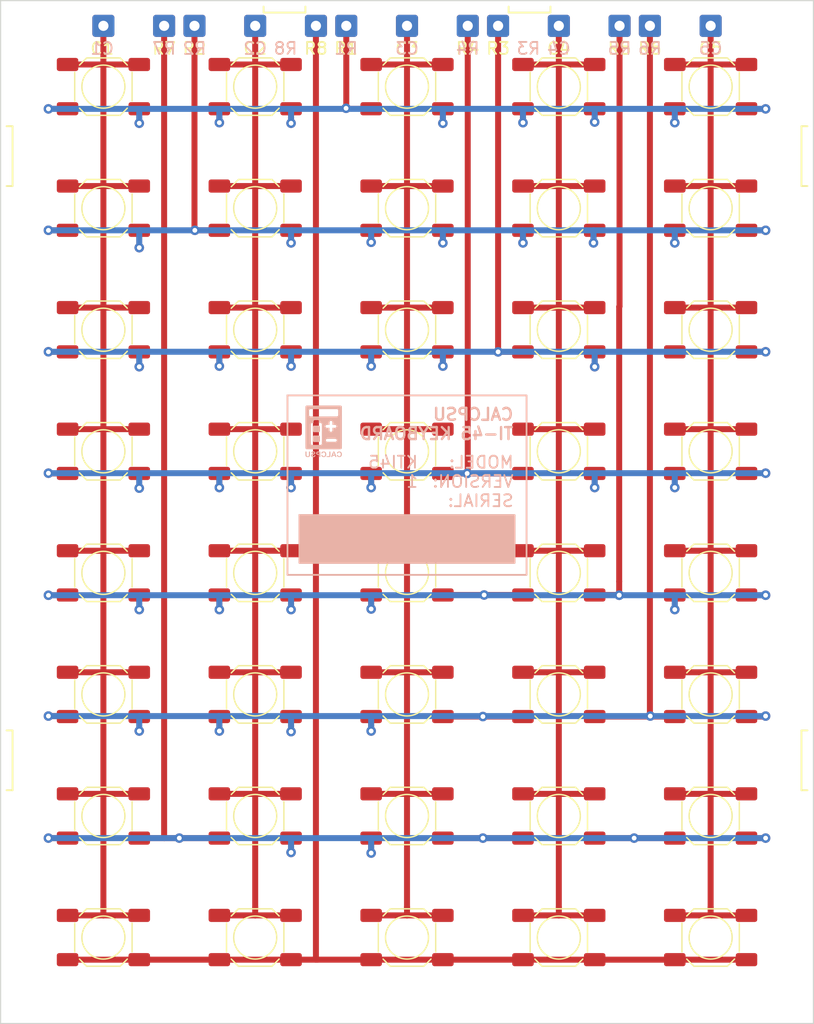
<source format=kicad_pcb>
(kicad_pcb (version 20240108) (generator "pcbnew") (generator_version "8.0")
  (layers (0 "F.Cu" signal) (31 "B.Cu" signal) (34 "B.Paste" user) (35 "F.Paste" user) (36 "B.SilkS" user "B.Silkscreen") (37 "F.SilkS" user "F.Silkscreen") (38 "B.Mask" user) (39 "F.Mask" user) (44 "Edge.Cuts" user))
  (net 0 "")
  (net 1 "/C1")
  (net 2 "/R7")
  (net 3 "/R2")
  (net 4 "/C2")
  (net 5 "/R8")
  (net 6 "/R1")
  (net 7 "/C3")
  (net 8 "/R4")
  (net 9 "/R3")
  (net 10 "/C4")
  (net 11 "/R5")
  (net 12 "/R6")
  (net 13 "/C5")
  (footprint "george:PUSH_TACT_4.8x4.8x0.8" (layer "F.Cu") (at -25.4 7.19)
    (property "Reference" "SW1")
    (property "Value" "KEY" (hide yes))
  )
  (footprint "george:PUSH_TACT_4.8x4.8x0.8" (layer "F.Cu") (at -12.7 57.99)
    (property "Reference" "SW27")
    (property "Value" "KEY" (hide yes))
  )
  (footprint "george:PUSH_TACT_4.8x4.8x0.8" (layer "F.Cu") (at -12.7 17.35)
    (property "Reference" "SW7")
    (property "Value" "KEY" (hide yes))
  )
  (footprint "george:PUSH_TACT_4.8x4.8x0.8" (layer "F.Cu") (at 12.7 68.15)
    (property "Reference" "SW34")
    (property "Value" "KEY" (hide yes))
  )
  (footprint "Connector_Wire:SolderWire-0.25sqmm_1x01_D0.65mm_OD1.7mm" (layer "F.Cu") (at 20.32 2.11)
    (property "Reference" "J12" (hide yes))
    (property "Value" "R6")
  )
  (footprint "Connector_Wire:SolderWire-0.25sqmm_1x01_D0.65mm_OD1.7mm" (layer "F.Cu") (at -12.7 2.11)
    (property "Reference" "J4" (hide yes))
    (property "Value" "C2")
  )
  (footprint "george:PUSH_TACT_4.8x4.8x0.8" (layer "F.Cu") (at -25.4 17.35)
    (property "Reference" "SW6")
    (property "Value" "KEY" (hide yes))
  )
  (footprint "Connector_Wire:SolderWire-0.25sqmm_1x01_D0.65mm_OD1.7mm" (layer "F.Cu") (at 25.4 2.11)
    (property "Reference" "J13" (hide yes))
    (property "Value" "C5")
  )
  (footprint "george:PUSH_TACT_4.8x4.8x0.8" (layer "F.Cu") (at 0 68.15)
    (property "Reference" "SW33")
    (property "Value" "KEY" (hide yes))
  )
  (footprint "Connector_Wire:SolderWire-0.25sqmm_1x01_D0.65mm_OD1.7mm" (layer "F.Cu") (at 0 2.11)
    (property "Reference" "J7" (hide yes))
    (property "Value" "C3")
  )
  (footprint "Connector_Wire:SolderWire-0.25sqmm_1x01_D0.65mm_OD1.7mm" (layer "F.Cu") (at 5.08 2.11)
    (property "Reference" "J8" (hide yes))
    (property "Value" "R4")
  )
  (footprint "Connector_Wire:SolderWire-0.25sqmm_1x01_D0.65mm_OD1.7mm" (layer "F.Cu") (at -20.32 2.11)
    (property "Reference" "J2" (hide yes))
    (property "Value" "R7")
  )
  (footprint "george:PUSH_TACT_4.8x4.8x0.8" (layer "F.Cu") (at -12.7 37.67)
    (property "Reference" "SW17")
    (property "Value" "KEY" (hide yes))
  )
  (footprint "george:PUSH_TACT_4.8x4.8x0.8" (layer "F.Cu") (at -12.7 7.19)
    (property "Reference" "SW2")
    (property "Value" "KEY" (hide yes))
  )
  (footprint "Connector_Wire:SolderWire-0.25sqmm_1x01_D0.65mm_OD1.7mm" (layer "F.Cu") (at 12.7 2.11)
    (property "Reference" "J10" (hide yes))
    (property "Value" "C4")
  )
  (footprint "Connector_Wire:SolderWire-0.25sqmm_1x01_D0.65mm_OD1.7mm" (layer "F.Cu") (at -17.78 2.11)
    (property "Reference" "J3" (hide yes))
    (property "Value" "R2")
  )
  (footprint "george:PUSH_TACT_4.8x4.8x0.8" (layer "F.Cu") (at 0 57.99)
    (property "Reference" "SW28")
    (property "Value" "KEY" (hide yes))
  )
  (footprint "george:PUSH_TACT_4.8x4.8x0.8" (layer "F.Cu") (at 12.7 37.67)
    (property "Reference" "SW19")
    (property "Value" "KEY" (hide yes))
  )
  (footprint "george:PUSH_TACT_4.8x4.8x0.8" (layer "F.Cu") (at 0 17.35)
    (property "Reference" "SW8")
    (property "Value" "KEY" (hide yes))
  )
  (footprint "george:PUSH_TACT_4.8x4.8x0.8" (layer "F.Cu") (at 25.4 78.31)
    (property "Reference" "SW40")
    (property "Value" "KEY" (hide yes))
  )
  (footprint "george:PUSH_TACT_4.8x4.8x0.8" (layer "F.Cu") (at 12.7 78.31)
    (property "Reference" "SW39")
    (property "Value" "KEY" (hide yes))
  )
  (footprint "george:PUSH_TACT_4.8x4.8x0.8" (layer "F.Cu") (at 25.4 37.67)
    (property "Reference" "SW20")
    (property "Value" "KEY" (hide yes))
  )
  (footprint "Connector_Wire:SolderWire-0.25sqmm_1x01_D0.65mm_OD1.7mm" (layer "F.Cu") (at -5.08 2.11)
    (property "Reference" "J6" (hide yes))
    (property "Value" "R1")
  )
  (footprint "george:PUSH_TACT_4.8x4.8x0.8" (layer "F.Cu") (at -25.4 57.99)
    (property "Reference" "SW26")
    (property "Value" "KEY" (hide yes))
  )
  (footprint "george:PUSH_TACT_4.8x4.8x0.8" (layer "F.Cu") (at 25.4 7.19)
    (property "Reference" "SW5")
    (property "Value" "KEY" (hide yes))
  )
  (footprint "Connector_Wire:SolderWire-0.25sqmm_1x01_D0.65mm_OD1.7mm" (layer "F.Cu") (at 17.78 2.11)
    (property "Reference" "J11" (hide yes))
    (property "Value" "R5")
  )
  (footprint "george:PUSH_TACT_4.8x4.8x0.8" (layer "F.Cu") (at 25.4 27.51)
    (property "Reference" "SW15")
    (property "Value" "KEY" (hide yes))
  )
  (footprint "george:PUSH_TACT_4.8x4.8x0.8" (layer "F.Cu") (at 12.7 7.19)
    (property "Reference" "SW4")
    (property "Value" "KEY" (hide yes))
  )
  (footprint "george:PUSH_TACT_4.8x4.8x0.8" (layer "F.Cu") (at -12.7 78.31)
    (property "Reference" "SW37")
    (property "Value" "KEY" (hide yes))
  )
  (footprint "george:PUSH_TACT_4.8x4.8x0.8" (layer "F.Cu") (at -25.4 47.83)
    (property "Reference" "SW21")
    (property "Value" "KEY" (hide yes))
  )
  (footprint "george:PUSH_TACT_4.8x4.8x0.8" (layer "F.Cu") (at -25.4 37.67)
    (property "Reference" "SW16")
    (property "Value" "KEY" (hide yes))
  )
  (footprint "Connector_Wire:SolderWire-0.25sqmm_1x01_D0.65mm_OD1.7mm" (layer "F.Cu") (at -7.62 2.11)
    (property "Reference" "J5" (hide yes))
    (property "Value" "R8")
  )
  (footprint "george:PUSH_TACT_4.8x4.8x0.8" (layer "F.Cu") (at 0 7.19)
    (property "Reference" "SW3")
    (property "Value" "KEY" (hide yes))
  )
  (footprint "george:PUSH_TACT_4.8x4.8x0.8" (layer "F.Cu") (at 25.4 68.15)
    (property "Reference" "SW35")
    (property "Value" "KEY" (hide yes))
  )
  (footprint "george:PUSH_TACT_4.8x4.8x0.8" (layer "F.Cu") (at -12.7 68.15)
    (property "Reference" "SW32")
    (property "Value" "KEY" (hide yes))
  )
  (footprint "george:PUSH_TACT_4.8x4.8x0.8" (layer "F.Cu") (at -12.7 27.51)
    (property "Reference" "SW12")
    (property "Value" "KEY" (hide yes))
  )
  (footprint "george:PUSH_TACT_4.8x4.8x0.8" (layer "F.Cu") (at 12.7 27.51)
    (property "Reference" "SW14")
    (property "Value" "KEY" (hide yes))
  )
  (footprint "george:PUSH_TACT_4.8x4.8x0.8" (layer "F.Cu") (at 12.7 47.83)
    (property "Reference" "SW24")
    (property "Value" "KEY" (hide yes))
  )
  (footprint "Connector_Wire:SolderWire-0.25sqmm_1x01_D0.65mm_OD1.7mm" (layer "F.Cu") (at 7.62 2.11)
    (property "Reference" "J9" (hide yes))
    (property "Value" "R3")
  )
  (footprint "george:PUSH_TACT_4.8x4.8x0.8" (layer "F.Cu") (at 12.7 17.35)
    (property "Reference" "SW9")
    (property "Value" "KEY" (hide yes))
  )
  (footprint "george:PUSH_TACT_4.8x4.8x0.8" (layer "F.Cu") (at 12.7 57.99)
    (property "Reference" "SW29")
    (property "Value" "KEY" (hide yes))
  )
  (footprint "george:PUSH_TACT_4.8x4.8x0.8" (layer "F.Cu") (at -25.4 78.31)
    (property "Reference" "SW36")
    (property "Value" "KEY" (hide yes))
  )
  (footprint "george:PUSH_TACT_4.8x4.8x0.8" (layer "F.Cu") (at -12.7 47.83)
    (property "Reference" "SW22")
    (property "Value" "KEY" (hide yes))
  )
  (footprint "george:PUSH_TACT_4.8x4.8x0.8" (layer "F.Cu") (at -25.4 27.51)
    (property "Reference" "SW11")
    (property "Value" "KEY" (hide yes))
  )
  (footprint "george:PUSH_TACT_4.8x4.8x0.8" (layer "F.Cu") (at 25.4 47.83)
    (property "Reference" "SW25")
    (property "Value" "KEY" (hide yes))
  )
  (footprint "george:PUSH_TACT_4.8x4.8x0.8" (layer "F.Cu") (at 0 27.51)
    (property "Reference" "SW13")
    (property "Value" "KEY" (hide yes))
  )
  (footprint "george:PUSH_TACT_4.8x4.8x0.8" (layer "F.Cu") (at 25.4 57.99)
    (property "Reference" "SW30")
    (property "Value" "KEY" (hide yes))
  )
  (footprint "Connector_Wire:SolderWire-0.25sqmm_1x01_D0.65mm_OD1.7mm" (layer "F.Cu") (at -25.4 2.11)
    (property "Reference" "J1" (hide yes))
    (property "Value" "C1")
  )
  (footprint "george:PUSH_TACT_4.8x4.8x0.8" (layer "F.Cu") (at -25.4 68.15)
    (property "Reference" "SW31")
    (property "Value" "KEY" (hide yes))
  )
  (footprint "george:PUSH_TACT_4.8x4.8x0.8" (layer "F.Cu") (at 25.4 17.35)
    (property "Reference" "SW10")
    (property "Value" "KEY" (hide yes))
  )
  (footprint "george:PUSH_TACT_4.8x4.8x0.8" (layer "F.Cu") (at 0 78.31)
    (property "Reference" "SW38")
    (property "Value" "KEY" (hide yes))
  )
  (footprint "george:PUSH_TACT_4.8x4.8x0.8" (layer "F.Cu") (at 0 47.83)
    (property "Reference" "SW23")
    (property "Value" "KEY" (hide yes))
  )
  (footprint "george:PUSH_TACT_4.8x4.8x0.8" (layer "F.Cu") (at 0 37.67)
    (property "Reference" "SW18")
    (property "Value" "KEY" (hide yes))
  )
  (footprint "george:graphic_calcpsulogo" (layer "B.Cu") (at -7 36 180)
    (property "Reference" "REF**" (hide yes))
    (property "Value" "graphic_calcpsulogo" (hide yes))
  )
  (gr_rect (start -10 33) (end 10 48) (stroke (width 0.15)) (fill none) (layer "B.SilkS"))
  (gr_rect (start -9 43) (end 9 47) (stroke (width 0.15)) (fill solid) (layer "B.SilkS"))
  (gr_line (start 8.5 0.5) (end 8.5 1) (stroke (width 0.15)) (layer "F.SilkS"))
  (gr_line (start -33 10.5) (end -33 15.5) (stroke (width 0.15)) (layer "F.SilkS"))
  (gr_line (start -33 61) (end -33 66) (stroke (width 0.15)) (layer "F.SilkS"))
  (gr_line (start -8.5 1) (end -8.5 0.5) (stroke (width 0.15)) (layer "F.SilkS"))
  (gr_line (start 33.5 61) (end 33 61) (stroke (width 0.15)) (layer "F.SilkS"))
  (gr_line (start 33 66) (end 33.5 66) (stroke (width 0.15)) (layer "F.SilkS"))
  (gr_line (start -33 66) (end -33.5 66) (stroke (width 0.15)) (layer "F.SilkS"))
  (gr_line (start -8.5 1) (end -12 1) (stroke (width 0.15)) (layer "F.SilkS"))
  (gr_line (start 33 61) (end 33 66) (stroke (width 0.15)) (layer "F.SilkS"))
  (gr_line (start 8.5 1) (end 12 1) (stroke (width 0.15)) (layer "F.SilkS"))
  (gr_line (start -33.5 15.5) (end -33 15.5) (stroke (width 0.15)) (layer "F.SilkS"))
  (gr_line (start -33.5 10.5) (end -33 10.5) (stroke (width 0.15)) (layer "F.SilkS"))
  (gr_line (start 33.5 10.5) (end 33 10.5) (stroke (width 0.15)) (layer "F.SilkS"))
  (gr_line (start -33.5 61) (end -33 61) (stroke (width 0.15)) (layer "F.SilkS"))
  (gr_line (start 12 1) (end 12 0.5) (stroke (width 0.15)) (layer "F.SilkS"))
  (gr_line (start -12 0.5) (end -12 1) (stroke (width 0.15)) (layer "F.SilkS"))
  (gr_line (start 33 10.5) (end 33 15.5) (stroke (width 0.15)) (layer "F.SilkS"))
  (gr_line (start 33 15.5) (end 33.5 15.5) (stroke (width 0.15)) (layer "F.SilkS"))
  (gr_rect (start -34 0) (end 34 85.5) (stroke (width 0.1)) (fill none) (layer "Edge.Cuts"))
  (gr_text "R5" (at 17.78 4 0) (layer "B.SilkS") (effects (font (size 1 1)) (justify mirror)))
  (gr_text "R1" (at -5.1 4 0) (layer "B.SilkS") (effects (font (size 1 1)) (justify mirror)))
  (gr_text "C2" (at -12.7 4 0) (layer "B.SilkS") (effects (font (size 1 1)) (justify mirror)))
  (gr_text "R8" (at -10.16 4 0) (layer "B.SilkS") (effects (font (size 1 1)) (justify mirror)))
  (gr_text "CALCPSU\nTI-45 KEYBOARD" (at 9 34 0) (layer "B.SilkS") (effects (font (size 1 1) (thickness 0.2) (bold yes)) (justify left top mirror)))
  (gr_text "C4" (at 12.7 4 0) (layer "B.SilkS") (effects (font (size 1 1)) (justify mirror)))
  (gr_text "C5" (at 25.4 4 0) (layer "B.SilkS") (effects (font (size 1 1)) (justify mirror)))
  (gr_text "R3" (at 10.16 4 0) (layer "B.SilkS") (effects (font (size 1 1)) (justify mirror)))
  (gr_text "R6" (at 20.32 4 0) (layer "B.SilkS") (effects (font (size 1 1)) (justify mirror)))
  (gr_text "R7" (at -20.32 4 0) (layer "B.SilkS") (effects (font (size 1 1)) (justify mirror)))
  (gr_text "R2" (at -17.78 4 0) (layer "B.SilkS") (effects (font (size 1 1)) (justify mirror)))
  (gr_text "C3" (at 0 4 0) (layer "B.SilkS") (effects (font (size 1 1)) (justify mirror)))
  (gr_text "R4" (at 5.08 4 0) (layer "B.SilkS") (effects (font (size 1 1)) (justify mirror)))
  (gr_text "MODEL:\nVERSION:\nSERIAL:" (at 9 38 0) (layer "B.SilkS") (effects (font (size 1 1)) (justify left top mirror)))
  (gr_text "C1" (at -25.5 4 0) (layer "B.SilkS") (effects (font (size 1 1)) (justify mirror)))
  (gr_text "KTI45\n1" (at 1 38 0) (layer "B.SilkS") (effects (font (size 1 1)) (justify left top mirror)))
  (segment (start -28.4 45.98) (end -22.4 45.98) (width 0.5) (layer "F.Cu") (net 1))
  (segment (start -25.4 76.46) (end -28.4 76.46) (width 0.5) (layer "F.Cu") (net 1))
  (segment (start -25.4 2.11) (end -25.4 75.77) (width 0.5) (layer "F.Cu") (net 1))
  (segment (start -25.4 75.77) (end -25.4 76.46) (width 0.5) (layer "F.Cu") (net 1))
  (segment (start -28.4 56.14) (end -22.4 56.14) (width 0.5) (layer "F.Cu") (net 1))
  (segment (start -28.4 35.82) (end -22.4 35.82) (width 0.5) (layer "F.Cu") (net 1))
  (segment (start -28.4 5.34) (end -22.4 5.34) (width 0.5) (layer "F.Cu") (net 1))
  (segment (start -25.4 76.46) (end -22.4 76.46) (width 0.5) (layer "F.Cu") (net 1))
  (segment (start -28.4 15.5) (end -22.4 15.5) (width 0.5) (layer "F.Cu") (net 1))
  (segment (start -28.4 25.66) (end -22.4 25.66) (width 0.5) (layer "F.Cu") (net 1))
  (segment (start -28.4 66.3) (end -22.4 66.3) (width 0.5) (layer "F.Cu") (net 1))
  (segment (start 28.4 70) (end 30 70) (width 0.5) (layer "F.Cu") (net 2))
  (segment (start -3 70) (end -3 71.25) (width 0.5) (layer "F.Cu") (net 2))
  (segment (start -20.32 2.11) (end -20.32 69.98) (width 0.5) (layer "F.Cu") (net 2))
  (segment (start -30 70) (end -28.4 70) (width 0.5) (layer "F.Cu") (net 2))
  (segment (start 3 70) (end 9.7 70) (width 0.5) (layer "F.Cu") (net 2))
  (segment (start -9.7 70) (end -9.7 71.2) (width 0.5) (layer "F.Cu") (net 2))
  (segment (start -20.32 69.98) (end -20.3 70) (width 0.5) (layer "F.Cu") (net 2))
  (segment (start 15.7 70) (end 22.4 70) (width 0.5) (layer "F.Cu") (net 2))
  (segment (start -20.3 70) (end -15.7 70) (width 0.5) (layer "F.Cu") (net 2))
  (segment (start -22.4 70) (end -20.3 70) (width 0.5) (layer "F.Cu") (net 2))
  (via (at -30 70) (size 0.8) (drill 0.4) (layers "F.Cu" "B.Cu") (net 2))
  (via (at -9.7 71.2) (size 0.8) (drill 0.4) (layers "F.Cu" "B.Cu") (net 2))
  (via (at -3 71.25) (size 0.8) (drill 0.4) (layers "F.Cu" "B.Cu") (net 2))
  (via (at 30 70) (size 0.8) (drill 0.4) (layers "F.Cu" "B.Cu") (net 2))
  (via (at -19.05 70) (size 0.8) (drill 0.4) (layers "F.Cu" "B.Cu") (net 2))
  (via (at 6.35 70) (size 0.8) (drill 0.4) (layers "F.Cu" "B.Cu") (net 2))
  (via (at 19 70) (size 0.8) (drill 0.4) (layers "F.Cu" "B.Cu") (net 2))
  (segment (start -19.45 70) (end 30 70) (width 0.5) (layer "B.Cu") (net 2))
  (segment (start -19.45 70) (end -30 70) (width 0.5) (layer "B.Cu") (net 2))
  (segment (start -3 71.25) (end -3 70) (width 0.5) (layer "B.Cu") (net 2))
  (segment (start -9.7 71.2) (end -9.7 70) (width 0.5) (layer "B.Cu") (net 2))
  (segment (start -17.78 2.11) (end -17.78 19.17) (width 0.5) (layer "F.Cu") (net 3))
  (segment (start 22.4 19.2) (end 22.4 20.25) (width 0.5) (layer "F.Cu") (net 3))
  (segment (start -22.4 19.2) (end -22.4 20.65) (width 0.5) (layer "F.Cu") (net 3))
  (segment (start -3 19.2) (end -3 20.2) (width 0.5) (layer "F.Cu") (net 3))
  (segment (start 3 19.2) (end 3 20.25) (width 0.5) (layer "F.Cu") (net 3))
  (segment (start -9.7 19.2) (end -9.7 20.25) (width 0.5) (layer "F.Cu") (net 3))
  (segment (start 30 19.2) (end 28.4 19.2) (width 0.5) (layer "F.Cu") (net 3))
  (segment (start 9.7 19.2) (end 9.7 20.25) (width 0.5) (layer "F.Cu") (net 3))
  (segment (start -15.7 19.2) (end -17.75 19.2) (width 0.5) (layer "F.Cu") (net 3))
  (segment (start 15.6 19.3) (end 15.7 19.2) (width 0.5) (layer "F.Cu") (net 3))
  (segment (start -17.78 19.17) (end -17.75 19.2) (width 0.5) (layer "F.Cu") (net 3))
  (segment (start 15.6 20.25) (end 15.6 19.3) (width 0.5) (layer "F.Cu") (net 3))
  (segment (start -28.4 19.2) (end -30 19.2) (width 0.5) (layer "F.Cu") (net 3))
  (via (at -3 20.2) (size 0.8) (drill 0.4) (layers "F.Cu" "B.Cu") (net 3))
  (via (at 15.6 20.25) (size 0.8) (drill 0.4) (layers "F.Cu" "B.Cu") (net 3))
  (via (at -30 19.2) (size 0.8) (drill 0.4) (layers "F.Cu" "B.Cu") (net 3))
  (via (at 3 20.25) (size 0.8) (drill 0.4) (layers "F.Cu" "B.Cu") (net 3))
  (via (at 22.4 20.25) (size 0.8) (drill 0.4) (layers "F.Cu" "B.Cu") (net 3))
  (via (at -9.7 20.25) (size 0.8) (drill 0.4) (layers "F.Cu" "B.Cu") (net 3))
  (via (at 30 19.2) (size 0.8) (drill 0.4) (layers "F.Cu" "B.Cu") (net 3))
  (via (at 9.7 20.25) (size 0.8) (drill 0.4) (layers "F.Cu" "B.Cu") (net 3))
  (via (at -22.4 20.65) (size 0.8) (drill 0.4) (layers "F.Cu" "B.Cu") (net 3))
  (via (at -17.75 19.2) (size 0.8) (drill 0.4) (layers "F.Cu" "B.Cu") (net 3))
  (segment (start -22.4 19.25) (end -22.35 19.2) (width 0.5) (layer "B.Cu") (net 3))
  (segment (start -9.65 19.2) (end -2.9 19.2) (width 0.5) (layer "B.Cu") (net 3))
  (segment (start -22.35 19.2) (end -17.75 19.2) (width 0.5) (layer "B.Cu") (net 3))
  (segment (start -9.7 20.25) (end -9.7 19.25) (width 0.5) (layer "B.Cu") (net 3))
  (segment (start -17.75 19.2) (end -9.65 19.2) (width 0.5) (layer "B.Cu") (net 3))
  (segment (start 3 20.25) (end 3 19.25) (width 0.5) (layer "B.Cu") (net 3))
  (segment (start -3 19.3) (end -2.9 19.2) (width 0.5) (layer "B.Cu") (net 3))
  (segment (start 9.7 20.25) (end 9.7 19.2) (width 0.5) (layer "B.Cu") (net 3))
  (segment (start -2.9 19.2) (end 3.05 19.2) (width 0.5) (layer "B.Cu") (net 3))
  (segment (start 22.4 20.25) (end 22.4 19.2) (width 0.5) (layer "B.Cu") (net 3))
  (segment (start -22.4 20.65) (end -22.4 19.25) (width 0.5) (layer "B.Cu") (net 3))
  (segment (start -3 20.2) (end -3 19.3) (width 0.5) (layer "B.Cu") (net 3))
  (segment (start -17.78 19.17) (end -17.75 19.2) (width 0.5) (layer "B.Cu") (net 3))
  (segment (start -9.7 19.25) (end -9.65 19.2) (width 0.5) (layer "B.Cu") (net 3))
  (segment (start 15.6 19.2) (end 30 19.2) (width 0.5) (layer "B.Cu") (net 3))
  (segment (start 3 19.25) (end 3.05 19.2) (width 0.5) (layer "B.Cu") (net 3))
  (segment (start 3.05 19.2) (end 15.6 19.2) (width 0.5) (layer "B.Cu") (net 3))
  (segment (start -30 19.2) (end -22.35 19.2) (width 0.5) (layer "B.Cu") (net 3))
  (segment (start 15.6 19.2) (end 15.6 20.25) (width 0.5) (layer "B.Cu") (net 3))
  (segment (start -12.7 76.46) (end -15.7 76.46) (width 0.5) (layer "F.Cu") (net 4))
  (segment (start -15.7 15.5) (end -9.7 15.5) (width 0.5) (layer "F.Cu") (net 4))
  (segment (start -15.7 56.14) (end -9.7 56.14) (width 0.5) (layer "F.Cu") (net 4))
  (segment (start -15.7 45.98) (end -9.7 45.98) (width 0.5) (layer "F.Cu") (net 4))
  (segment (start -15.7 5.34) (end -9.7 5.34) (width 0.5) (layer "F.Cu") (net 4))
  (segment (start -12.7 76.46) (end -9.7 76.46) (width 0.5) (layer "F.Cu") (net 4))
  (segment (start -15.7 25.66) (end -9.7 25.66) (width 0.5) (layer "F.Cu") (net 4))
  (segment (start -12.7 75.77) (end -12.7 76.46) (width 0.5) (layer "F.Cu") (net 4))
  (segment (start -15.7 66.3) (end -9.7 66.3) (width 0.5) (layer "F.Cu") (net 4))
  (segment (start -15.7 35.82) (end -9.7 35.82) (width 0.5) (layer "F.Cu") (net 4))
  (segment (start -12.7 2.11) (end -12.7 75.77) (width 0.5) (layer "F.Cu") (net 4))
  (segment (start -7.62 80.16) (end -7.5 80.16) (width 0.5) (layer "F.Cu") (net 5))
  (segment (start -7.5 80.16) (end 28.4 80.16) (width 0.5) (layer "F.Cu") (net 5))
  (segment (start -7.62 2.11) (end -7.62 80.16) (width 0.5) (layer "F.Cu") (net 5))
  (segment (start -28.4 80.16) (end -7.62 80.16) (width 0.5) (layer "F.Cu") (net 5))
  (segment (start 22.4 9.04) (end 22.4 10.2) (width 0.5) (layer "F.Cu") (net 6))
  (segment (start -22.4 9.04) (end -22.4 10.25) (width 0.5) (layer "F.Cu") (net 6))
  (segment (start 15.7 9.04) (end 15.7 10.15) (width 0.5) (layer "F.Cu") (net 6))
  (segment (start -3 9.04) (end -5.06 9.04) (width 0.5) (layer "F.Cu") (net 6))
  (segment (start 3 9.04) (end 3 10.25) (width 0.5) (layer "F.Cu") (net 6))
  (segment (start -9.7 9.04) (end -9.7 10.25) (width 0.5) (layer "F.Cu") (net 6))
  (segment (start -5.06 9.04) (end -5.1 9) (width 0.5) (layer "F.Cu") (net 6))
  (segment (start -5.08 8.98) (end -5.1 9) (width 0.5) (layer "F.Cu") (net 6))
  (segment (start -15.7 9.04) (end -15.7 10.2) (width 0.5) (layer "F.Cu") (net 6))
  (segment (start -28.4 9.04) (end -29.99 9.04) (width 0.5) (layer "F.Cu") (net 6))
  (segment (start 28.41 9.05) (end 28.4 9.04) (width 0.5) (layer "F.Cu") (net 6))
  (segment (start -5.08 2.11) (end -5.08 8.98) (width 0.5) (layer "F.Cu") (net 6))
  (segment (start 30 9.05) (end 28.41 9.05) (width 0.5) (layer "F.Cu") (net 6))
  (segment (start 9.7 9.04) (end 9.7 10.2) (width 0.5) (layer "F.Cu") (net 6))
  (segment (start -29.99 9.04) (end -30 9.05) (width 0.5) (layer "F.Cu") (net 6))
  (via (at -9.7 10.25) (size 0.8) (drill 0.4) (layers "F.Cu" "B.Cu") (net 6))
  (via (at -30 9.05) (size 0.8) (drill 0.4) (layers "F.Cu" "B.Cu") (net 6))
  (via (at -5.1 9) (size 0.8) (drill 0.4) (layers "F.Cu" "B.Cu") (net 6))
  (via (at -15.7 10.2) (size 0.8) (drill 0.4) (layers "F.Cu" "B.Cu") (net 6))
  (via (at 9.7 10.2) (size 0.8) (drill 0.4) (layers "F.Cu" "B.Cu") (net 6))
  (via (at -22.4 10.25) (size 0.8) (drill 0.4) (layers "F.Cu" "B.Cu") (net 6))
  (via (at 3 10.25) (size 0.8) (drill 0.4) (layers "F.Cu" "B.Cu") (net 6))
  (via (at 30 9.05) (size 0.8) (drill 0.4) (layers "F.Cu" "B.Cu") (net 6))
  (via (at 22.4 10.2) (size 0.8) (drill 0.4) (layers "F.Cu" "B.Cu") (net 6))
  (via (at 15.7 10.15) (size 0.8) (drill 0.4) (layers "F.Cu" "B.Cu") (net 6))
  (segment (start -15.6 9.05) (end -9.7 9.05) (width 0.5) (layer "B.Cu") (net 6))
  (segment (start 9.7 9.15) (end 9.8 9.05) (width 0.5) (layer "B.Cu") (net 6))
  (segment (start 22.4 9.1) (end 22.35 9.05) (width 0.5) (layer "B.Cu") (net 6))
  (segment (start 9.8 9.05) (end 15.75 9.05) (width 0.5) (layer "B.Cu") (net 6))
  (segment (start 3 10.25) (end 3 9.15) (width 0.5) (layer "B.Cu") (net 6))
  (segment (start 15.7 10.15) (end 15.7 9.1) (width 0.5) (layer "B.Cu") (net 6))
  (segment (start 3.1 9.05) (end 9.8 9.05) (width 0.5) (layer "B.Cu") (net 6))
  (segment (start 22.4 10.2) (end 22.4 9.1) (width 0.5) (layer "B.Cu") (net 6))
  (segment (start -15.7 10.2) (end -15.7 9.15) (width 0.5) (layer "B.Cu") (net 6))
  (segment (start -22.4 10.25) (end -22.4 9.1) (width 0.5) (layer "B.Cu") (net 6))
  (segment (start 15.75 9.05) (end 22.35 9.05) (width 0.5) (layer "B.Cu") (net 6))
  (segment (start 3 9.15) (end 3.1 9.05) (width 0.5) (layer "B.Cu") (net 6))
  (segment (start -22.35 9.05) (end -15.6 9.05) (width 0.5) (layer "B.Cu") (net 6))
  (segment (start -15.7 9.15) (end -15.6 9.05) (width 0.5) (layer "B.Cu") (net 6))
  (segment (start -9.7 10.25) (end -9.7 9.05) (width 0.5) (layer "B.Cu") (net 6))
  (segment (start 9.7 10.2) (end 9.7 9.15) (width 0.5) (layer "B.Cu") (net 6))
  (segment (start 22.35 9.05) (end 30 9.05) (width 0.5) (layer "B.Cu") (net 6))
  (segment (start -9.7 9.05) (end 3.1 9.05) (width 0.5) (layer "B.Cu") (net 6))
  (segment (start 15.7 9.1) (end 15.75 9.05) (width 0.5) (layer "B.Cu") (net 6))
  (segment (start -30 9.05) (end -22.35 9.05) (width 0.5) (layer "B.Cu") (net 6))
  (segment (start -22.4 9.1) (end -22.35 9.05) (width 0.5) (layer "B.Cu") (net 6))
  (segment (start -3 56.14) (end 3 56.14) (width 0.5) (layer "F.Cu") (net 7))
  (segment (start -3 5.34) (end 3 5.34) (width 0.5) (layer "F.Cu") (net 7))
  (segment (start -3 45.98) (end 3 45.98) (width 0.5) (layer "F.Cu") (net 7))
  (segment (start 0 76.46) (end -3 76.46) (width 0.5) (layer "F.Cu") (net 7))
  (segment (start -3 66.3) (end 3 66.3) (width 0.5) (layer "F.Cu") (net 7))
  (segment (start 0 76.46) (end 3 76.46) (width 0.5) (layer "F.Cu") (net 7))
  (segment (start 0 75.77) (end 0 76.46) (width 0.5) (layer "F.Cu") (net 7))
  (segment (start 0 2.11) (end 0 75.77) (width 0.5) (layer "F.Cu") (net 7))
  (segment (start -3 35.82) (end 3 35.82) (width 0.5) (layer "F.Cu") (net 7))
  (segment (start -3 25.66) (end 3 25.66) (width 0.5) (layer "F.Cu") (net 7))
  (segment (start -3 15.5) (end 3 15.5) (width 0.5) (layer "F.Cu") (net 7))
  (segment (start 30 39.5) (end 28.42 39.5) (width 0.5) (layer "F.Cu") (net 8))
  (segment (start 22.4 39.52) (end 22.4 40.7) (width 0.5) (layer "F.Cu") (net 8))
  (segment (start 5.08 2.11) (end 5.08 39.47) (width 0.5) (layer "F.Cu") (net 8))
  (segment (start 5.08 39.47) (end 5.03 39.52) (width 0.5) (layer "F.Cu") (net 8))
  (segment (start 5.03 39.52) (end 3 39.52) (width 0.5) (layer "F.Cu") (net 8))
  (segment (start -9.7 39.52) (end -9.7 40.7) (width 0.5) (layer "F.Cu") (net 8))
  (segment (start -3 39.52) (end -3 40.7) (width 0.5) (layer "F.Cu") (net 8))
  (segment (start -29.98 39.52) (end -30 39.5) (width 0.5) (layer "F.Cu") (net 8))
  (segment (start 15.7 39.52) (end 15.7 40.7) (width 0.5) (layer "F.Cu") (net 8))
  (segment (start 3 39.52) (end 9.7 39.52) (width 0.5) (layer "F.Cu") (net 8))
  (segment (start -22.4 39.52) (end -22.4 40.75) (width 0.5) (layer "F.Cu") (net 8))
  (segment (start 28.42 39.5) (end 28.4 39.52) (width 0.5) (layer "F.Cu") (net 8))
  (segment (start -15.7 39.52) (end -15.7 40.7) (width 0.5) (layer "F.Cu") (net 8))
  (segment (start -28.4 39.52) (end -29.98 39.52) (width 0.5) (layer "F.Cu") (net 8))
  (via (at -15.7 40.7) (size 0.8) (drill 0.4) (layers "F.Cu" "B.Cu") (net 8))
  (via (at -22.4 40.75) (size 0.8) (drill 0.4) (layers "F.Cu" "B.Cu") (net 8))
  (via (at -30 39.5) (size 0.8) (drill 0.4) (layers "F.Cu" "B.Cu") (net 8))
  (via (at -9.7 40.7) (size 0.8) (drill 0.4) (layers "F.Cu" "B.Cu") (net 8))
  (via (at 22.4 40.7) (size 0.8) (drill 0.4) (layers "F.Cu" "B.Cu") (net 8))
  (via (at 30 39.5) (size 0.8) (drill 0.4) (layers "F.Cu" "B.Cu") (net 8))
  (via (at 15.7 40.7) (size 0.8) (drill 0.4) (layers "F.Cu" "B.Cu") (net 8))
  (via (at -3 40.7) (size 0.8) (drill 0.4) (layers "F.Cu" "B.Cu") (net 8))
  (via (at 5.03 39.52) (size 0.8) (drill 0.4) (layers "F.Cu" "B.Cu") (net 8))
  (segment (start 22.45 39.5) (end 30 39.5) (width 0.5) (layer "B.Cu") (net 8))
  (segment (start -15.7 39.5) (end -9.7 39.5) (width 0.5) (layer "B.Cu") (net 8))
  (segment (start 15.7 39.55) (end 15.75 39.5) (width 0.5) (layer "B.Cu") (net 8))
  (segment (start -9.7 39.5) (end -3 39.5) (width 0.5) (layer "B.Cu") (net 8))
  (segment (start -3 39.5) (end 15.75 39.5) (width 0.5) (layer "B.Cu") (net 8))
  (segment (start 15.75 39.5) (end 22.45 39.5) (width 0.5) (layer "B.Cu") (net 8))
  (segment (start -9.7 40.7) (end -9.7 39.5) (width 0.5) (layer "B.Cu") (net 8))
  (segment (start 15.7 40.7) (end 15.7 39.55) (width 0.5) (layer "B.Cu") (net 8))
  (segment (start -30 39.5) (end -22.4 39.5) (width 0.5) (layer "B.Cu") (net 8))
  (segment (start -22.4 40.75) (end -22.4 39.5) (width 0.5) (layer "B.Cu") (net 8))
  (segment (start -3 40.7) (end -3 39.5) (width 0.5) (layer "B.Cu") (net 8))
  (segment (start 22.4 40.7) (end 22.4 39.55) (width 0.5) (layer "B.Cu") (net 8))
  (segment (start -15.7 40.7) (end -15.7 39.5) (width 0.5) (layer "B.Cu") (net 8))
  (segment (start 22.4 39.55) (end 22.45 39.5) (width 0.5) (layer "B.Cu") (net 8))
  (segment (start -22.4 39.5) (end -15.7 39.5) (width 0.5) (layer "B.Cu") (net 8))
  (segment (start 30 29.35) (end 28.41 29.35) (width 0.5) (layer "F.Cu") (net 9))
  (segment (start 15.7 29.36) (end 15.7 30.6) (width 0.5) (layer "F.Cu") (net 9))
  (segment (start -15.7 29.36) (end -15.7 30.55) (width 0.5) (layer "F.Cu") (net 9))
  (segment (start 28.41 29.35) (end 28.4 29.36) (width 0.5) (layer "F.Cu") (net 9))
  (segment (start -29.99 29.36) (end -30 29.35) (width 0.5) (layer "F.Cu") (net 9))
  (segment (start 7.62 29.36) (end 9.7 29.36) (width 0.5) (layer "F.Cu") (net 9))
  (segment (start -3 29.36) (end -3 30.55) (width 0.5) (layer "F.Cu") (net 9))
  (segment (start -9.7 29.36) (end -9.7 30.55) (width 0.5) (layer "F.Cu") (net 9))
  (segment (start 7.62 29.36) (end 7.62 2.11) (width 0.5) (layer "F.Cu") (net 9))
  (segment (start -28.4 29.36) (end -29.99 29.36) (width 0.5) (layer "F.Cu") (net 9))
  (segment (start -22.4 29.36) (end -22.4 30.6) (width 0.5) (layer "F.Cu") (net 9))
  (segment (start 3 29.36) (end 3 30.55) (width 0.5) (layer "F.Cu") (net 9))
  (via (at 3 30.55) (size 0.8) (drill 0.4) (layers "F.Cu" "B.Cu") (net 9))
  (via (at 15.7 30.6) (size 0.8) (drill 0.4) (layers "F.Cu" "B.Cu") (net 9))
  (via (at -22.4 30.6) (size 0.8) (drill 0.4) (layers "F.Cu" "B.Cu") (net 9))
  (via (at -3 30.55) (size 0.8) (drill 0.4) (layers "F.Cu" "B.Cu") (net 9))
  (via (at 7.62 29.36) (size 0.8) (drill 0.4) (layers "F.Cu" "B.Cu") (net 9))
  (via (at -30 29.35) (size 0.8) (drill 0.4) (layers "F.Cu" "B.Cu") (net 9))
  (via (at 30 29.35) (size 0.8) (drill 0.4) (layers "F.Cu" "B.Cu") (net 9))
  (via (at -15.7 30.55) (size 0.8) (drill 0.4) (layers "F.Cu" "B.Cu") (net 9))
  (via (at -9.7 30.55) (size 0.8) (drill 0.4) (layers "F.Cu" "B.Cu") (net 9))
  (segment (start 15.75 29.35) (end 30 29.35) (width 0.5) (layer "B.Cu") (net 9))
  (segment (start -9.7 29.45) (end -9.6 29.35) (width 0.5) (layer "B.Cu") (net 9))
  (segment (start -22.4 29.4) (end -22.45 29.35) (width 0.5) (layer "B.Cu") (net 9))
  (segment (start 15.7 29.4) (end 15.75 29.35) (width 0.5) (layer "B.Cu") (net 9))
  (segment (start 7.63 29.35) (end 15.75 29.35) (width 0.5) (layer "B.Cu") (net 9))
  (segment (start -15.7 29.35) (end -9.6 29.35) (width 0.5) (layer "B.Cu") (net 9))
  (segment (start 7.61 29.35) (end 3 29.35) (width 0.5) (layer "B.Cu") (net 9))
  (segment (start 15.7 30.6) (end 15.7 29.4) (width 0.5) (layer "B.Cu") (net 9))
  (segment (start -22.4 30.6) (end -22.4 29.4) (width 0.5) (layer "B.Cu") (net 9))
  (segment (start -2.95 29.35) (end 3 29.35) (width 0.5) (layer "B.Cu") (net 9))
  (segment (start 3 30.55) (end 3 29.35) (width 0.5) (layer "B.Cu") (net 9))
  (segment (start -15.7 30.55) (end -15.7 29.35) (width 0.5) (layer "B.Cu") (net 9))
  (segment (start -22.45 29.35) (end -15.7 29.35) (width 0.5) (layer "B.Cu") (net 9))
  (segment (start -9.7 30.55) (end -9.7 29.45) (width 0.5) (layer "B.Cu") (net 9))
  (segment (start -30 29.35) (end -22.45 29.35) (width 0.5) (layer "B.Cu") (net 9))
  (segment (start 7.62 29.36) (end 7.63 29.35) (width 0.5) (layer "B.Cu") (net 9))
  (segment (start -9.6 29.35) (end -2.95 29.35) (width 0.5) (layer "B.Cu") (net 9))
  (segment (start 7.62 29.36) (end 7.61 29.35) (width 0.5) (layer "B.Cu") (net 9))
  (segment (start -3 30.55) (end -3 29.4) (width 0.5) (layer "B.Cu") (net 9))
  (segment (start -3 29.4) (end -2.95 29.35) (width 0.5) (layer "B.Cu") (net 9))
  (segment (start 9.7 35.82) (end 15.7 35.82) (width 0.5) (layer "F.Cu") (net 10))
  (segment (start 9.7 25.66) (end 15.7 25.66) (width 0.5) (layer "F.Cu") (net 10))
  (segment (start 9.7 5.34) (end 15.7 5.34) (width 0.5) (layer "F.Cu") (net 10))
  (segment (start 9.7 66.3) (end 15.7 66.3) (width 0.5) (layer "F.Cu") (net 10))
  (segment (start 12.7 76.46) (end 9.7 76.46) (width 0.5) (layer "F.Cu") (net 10))
  (segment (start 9.7 15.5) (end 15.7 15.5) (width 0.5) (layer "F.Cu") (net 10))
  (segment (start 12.7 2.11) (end 12.7 75.77) (width 0.5) (layer "F.Cu") (net 10))
  (segment (start 12.7 76.46) (end 15.7 76.46) (width 0.5) (layer "F.Cu") (net 10))
  (segment (start 12.7 75.77) (end 12.7 76.46) (width 0.5) (layer "F.Cu") (net 10))
  (segment (start 9.7 45.98) (end 15.7 45.98) (width 0.5) (layer "F.Cu") (net 10))
  (segment (start 9.7 56.14) (end 15.7 56.14) (width 0.5) (layer "F.Cu") (net 10))
  (segment (start 30 49.7) (end 28.42 49.7) (width 0.5) (layer "F.Cu") (net 11))
  (segment (start 22.4 49.68) (end 22.4 50.9) (width 0.5) (layer "F.Cu") (net 11))
  (segment (start 17.75 48.55) (end 17.75 49.7) (width 0.5) (layer "F.Cu") (net 11))
  (segment (start -30 49.7) (end -28.42 49.7) (width 0.5) (layer "F.Cu") (net 11))
  (segment (start 17.78 2.11) (end 17.78 25.55478) (width 0.5) (layer "F.Cu") (net 11))
  (segment (start -15.7 49.68) (end -15.7 50.9) (width 0.5) (layer "F.Cu") (net 11))
  (segment (start 9.7 49.68) (end 3 49.68) (width 0.5) (layer "F.Cu") (net 11))
  (segment (start 17.75 25.58478) (end 17.75 48.55) (width 0.5) (layer "F.Cu") (net 11))
  (segment (start 28.42 49.7) (end 28.4 49.68) (width 0.5) (layer "F.Cu") (net 11))
  (segment (start -3 50.85) (end -3 49.68) (width 0.5) (layer "F.Cu") (net 11))
  (segment (start 15.7 49.68) (end 17.73 49.68) (width 0.5) (layer "F.Cu") (net 11))
  (segment (start 17.78 25.55478) (end 17.75 25.58478) (width 0.5) (layer "F.Cu") (net 11))
  (segment (start 17.73 49.68) (end 17.75 49.7) (width 0.5) (layer "F.Cu") (net 11))
  (segment (start -9.7 49.68) (end -9.7 50.9) (width 0.5) (layer "F.Cu") (net 11))
  (segment (start -22.4 49.68) (end -22.4 50.9) (width 0.5) (layer "F.Cu") (net 11))
  (segment (start -28.42 49.7) (end -28.4 49.68) (width 0.5) (layer "F.Cu") (net 11))
  (via (at -15.7 50.9) (size 0.8) (drill 0.4) (layers "F.Cu" "B.Cu") (net 11))
  (via (at 30 49.7) (size 0.8) (drill 0.4) (layers "F.Cu" "B.Cu") (net 11))
  (via (at -22.4 50.9) (size 0.8) (drill 0.4) (layers "F.Cu" "B.Cu") (net 11))
  (via (at 6.45 49.68) (size 0.8) (drill 0.4) (layers "F.Cu" "B.Cu") (net 11))
  (via (at 17.75 49.7) (size 0.8) (drill 0.4) (layers "F.Cu" "B.Cu") (net 11))
  (via (at 17.75 49.7) (size 0.8) (drill 0.4) (layers "F.Cu" "B.Cu") (net 11))
  (via (at -3 50.85) (size 0.8) (drill 0.4) (layers "F.Cu" "B.Cu") (net 11))
  (via (at -30 49.7) (size 0.8) (drill 0.4) (layers "F.Cu" "B.Cu") (net 11))
  (via (at 22.4 50.9) (size 0.8) (drill 0.4) (layers "F.Cu" "B.Cu") (net 11))
  (via (at -9.7 50.9) (size 0.8) (drill 0.4) (layers "F.Cu" "B.Cu") (net 11))
  (segment (start -15.7 50.9) (end -15.7 49.75) (width 0.5) (layer "B.Cu") (net 11))
  (segment (start -22.35 49.7) (end -30 49.7) (width 0.5) (layer "B.Cu") (net 11))
  (segment (start -15.75 49.7) (end -22.35 49.7) (width 0.5) (layer "B.Cu") (net 11))
  (segment (start 17.75 49.7) (end 22.35 49.7) (width 0.5) (layer "B.Cu") (net 11))
  (segment (start -9.7 49.7) (end -15.75 49.7) (width 0.5) (layer "B.Cu") (net 11))
  (segment (start -3 50.85) (end -3 49.7) (width 0.5) (layer "B.Cu") (net 11))
  (segment (start 17.75 49.7) (end -2.54 49.7) (width 0.5) (layer "B.Cu") (net 11))
  (segment (start -22.4 49.75) (end -22.35 49.7) (width 0.5) (layer "B.Cu") (net 11))
  (segment (start -9.7 50.9) (end -9.7 49.7) (width 0.5) (layer "B.Cu") (net 11))
  (segment (start -22.4 50.9) (end -22.4 49.75) (width 0.5) (layer "B.Cu") (net 11))
  (segment (start 22.4 50.9) (end 22.4 49.75) (width 0.5) (layer "B.Cu") (net 11))
  (segment (start 22.35 49.7) (end 30 49.7) (width 0.5) (layer "B.Cu") (net 11))
  (segment (start -2.54 49.7) (end -9.7 49.7) (width 0.5) (layer "B.Cu") (net 11))
  (segment (start 22.4 49.75) (end 22.35 49.7) (width 0.5) (layer "B.Cu") (net 11))
  (segment (start -15.7 49.75) (end -15.75 49.7) (width 0.5) (layer "B.Cu") (net 11))
  (segment (start -3 49.7) (end -2.54 49.7) (width 0.5) (layer "B.Cu") (net 11))
  (segment (start 3 59.84) (end 9.7 59.84) (width 0.5) (layer "F.Cu") (net 12))
  (segment (start 20.35 59.8) (end 20.32 59.77) (width 0.5) (layer "F.Cu") (net 12))
  (segment (start -22.4 59.84) (end -22.4 61.05) (width 0.5) (layer "F.Cu") (net 12))
  (segment (start -15.7 59.84) (end -15.7 61.05) (width 0.5) (layer "F.Cu") (net 12))
  (segment (start -3 59.84) (end -3 61.05) (width 0.5) (layer "F.Cu") (net 12))
  (segment (start -9.7 59.84) (end -9.7 61.1) (width 0.5) (layer "F.Cu") (net 12))
  (segment (start -30 59.8) (end -28.44 59.8) (width 0.5) (layer "F.Cu") (net 12))
  (segment (start 28.4 59.84) (end 29.96 59.84) (width 0.5) (layer "F.Cu") (net 12))
  (segment (start -28.44 59.8) (end -28.4 59.84) (width 0.5) (layer "F.Cu") (net 12))
  (segment (start 15.7 59.84) (end 22.4 59.84) (width 0.5) (layer "F.Cu") (net 12))
  (segment (start 20.32 59.77) (end 20.32 2.11) (width 0.5) (layer "F.Cu") (net 12))
  (segment (start 29.96 59.84) (end 30 59.8) (width 0.5) (layer "F.Cu") (net 12))
  (via (at -9.7 61.1) (size 0.8) (drill 0.4) (layers "F.Cu" "B.Cu") (net 12))
  (via (at 20.35 59.8) (size 0.8) (drill 0.4) (layers "F.Cu" "B.Cu") (net 12))
  (via (at 6.35 59.84) (size 0.8) (drill 0.4) (layers "F.Cu" "B.Cu") (net 12))
  (via (at -30 59.8) (size 0.8) (drill 0.4) (layers "F.Cu" "B.Cu") (net 12))
  (via (at -15.7 61.05) (size 0.8) (drill 0.4) (layers "F.Cu" "B.Cu") (net 12))
  (via (at -22.4 61.05) (size 0.8) (drill 0.4) (layers "F.Cu" "B.Cu") (net 12))
  (via (at -3 61.05) (size 0.8) (drill 0.4) (layers "F.Cu" "B.Cu") (net 12))
  (via (at 30 59.8) (size 0.8) (drill 0.4) (layers "F.Cu" "B.Cu") (net 12))
  (segment (start -3 61.05) (end -3 59.8) (width 0.5) (layer "B.Cu") (net 12))
  (segment (start -22.4 61.05) (end -22.4 59.8) (width 0.5) (layer "B.Cu") (net 12))
  (segment (start -15.75 59.8) (end -22.4 59.8) (width 0.5) (layer "B.Cu") (net 12))
  (segment (start -9.7 61.1) (end -9.7 59.85) (width 0.5) (layer "B.Cu") (net 12))
  (segment (start -9.75 59.8) (end -15.75 59.8) (width 0.5) (layer "B.Cu") (net 12))
  (segment (start -15.7 59.85) (end -15.75 59.8) (width 0.5) (layer "B.Cu") (net 12))
  (segment (start 30 59.8) (end 20.35 59.8) (width 0.5) (layer "B.Cu") (net 12))
  (segment (start -15.7 61.05) (end -15.7 59.85) (width 0.5) (layer "B.Cu") (net 12))
  (segment (start 20.35 59.8) (end -3 59.8) (width 0.5) (layer "B.Cu") (net 12))
  (segment (start -9.7 59.85) (end -9.75 59.8) (width 0.5) (layer "B.Cu") (net 12))
  (segment (start -3 59.8) (end -9.75 59.8) (width 0.5) (layer "B.Cu") (net 12))
  (segment (start -22.4 59.8) (end -30 59.8) (width 0.5) (layer "B.Cu") (net 12))
  (segment (start 22.4 66.3) (end 28.4 66.3) (width 0.5) (layer "F.Cu") (net 13))
  (segment (start 25.4 75.77) (end 25.4 76.4) (width 0.5) (layer "F.Cu") (net 13))
  (segment (start 22.4 15.5) (end 28.4 15.5) (width 0.5) (layer "F.Cu") (net 13))
  (segment (start 25.4 76.4) (end 25.46 76.46) (width 0.5) (layer "F.Cu") (net 13))
  (segment (start 22.4 45.98) (end 28.4 45.98) (width 0.5) (layer "F.Cu") (net 13))
  (segment (start 25.46 76.46) (end 22.4 76.46) (width 0.5) (layer "F.Cu") (net 13))
  (segment (start 22.4 35.82) (end 28.4 35.82) (width 0.5) (layer "F.Cu") (net 13))
  (segment (start 22.4 5.34) (end 28.4 5.34) (width 0.5) (layer "F.Cu") (net 13))
  (segment (start 25.46 76.46) (end 28.4 76.46) (width 0.5) (layer "F.Cu") (net 13))
  (segment (start 22.4 56.14) (end 28.4 56.14) (width 0.5) (layer "F.Cu") (net 13))
  (segment (start 22.4 25.66) (end 28.4 25.66) (width 0.5) (layer "F.Cu") (net 13))
  (segment (start 25.4 2.11) (end 25.4 75.77) (width 0.5) (layer "F.Cu") (net 13))
)
</source>
